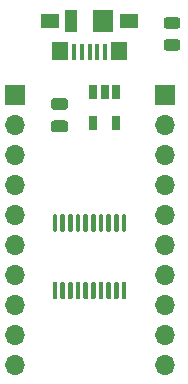
<source format=gbr>
%TF.GenerationSoftware,KiCad,Pcbnew,5.1.9-73d0e3b20d~88~ubuntu20.04.1*%
%TF.CreationDate,2021-07-12T22:59:01-04:00*%
%TF.ProjectId,stm32_breakout,73746d33-325f-4627-9265-616b6f75742e,rev?*%
%TF.SameCoordinates,Original*%
%TF.FileFunction,Soldermask,Top*%
%TF.FilePolarity,Negative*%
%FSLAX46Y46*%
G04 Gerber Fmt 4.6, Leading zero omitted, Abs format (unit mm)*
G04 Created by KiCad (PCBNEW 5.1.9-73d0e3b20d~88~ubuntu20.04.1) date 2021-07-12 22:59:01*
%MOMM*%
%LPD*%
G01*
G04 APERTURE LIST*
%ADD10R,1.700000X1.700000*%
%ADD11O,1.700000X1.700000*%
%ADD12R,0.650000X1.220000*%
%ADD13R,0.450000X1.380000*%
%ADD14R,1.425000X1.550000*%
%ADD15R,1.650000X1.300000*%
%ADD16R,1.800000X1.900000*%
%ADD17R,1.000000X1.900000*%
G04 APERTURE END LIST*
D10*
%TO.C,J3*%
X129540000Y-69850000D03*
D11*
X129540000Y-72390000D03*
X129540000Y-74930000D03*
X129540000Y-77470000D03*
X129540000Y-80010000D03*
X129540000Y-82550000D03*
X129540000Y-85090000D03*
X129540000Y-87630000D03*
X129540000Y-90170000D03*
X129540000Y-92710000D03*
%TD*%
D12*
%TO.C,U1*%
X138110000Y-72245000D03*
X136210000Y-72245000D03*
X136210000Y-69625000D03*
X137160000Y-69625000D03*
X138110000Y-69625000D03*
%TD*%
%TO.C,C1*%
G36*
G01*
X133825000Y-71120000D02*
X132875000Y-71120000D01*
G75*
G02*
X132625000Y-70870000I0J250000D01*
G01*
X132625000Y-70370000D01*
G75*
G02*
X132875000Y-70120000I250000J0D01*
G01*
X133825000Y-70120000D01*
G75*
G02*
X134075000Y-70370000I0J-250000D01*
G01*
X134075000Y-70870000D01*
G75*
G02*
X133825000Y-71120000I-250000J0D01*
G01*
G37*
G36*
G01*
X133825000Y-73020000D02*
X132875000Y-73020000D01*
G75*
G02*
X132625000Y-72770000I0J250000D01*
G01*
X132625000Y-72270000D01*
G75*
G02*
X132875000Y-72020000I250000J0D01*
G01*
X133825000Y-72020000D01*
G75*
G02*
X134075000Y-72270000I0J-250000D01*
G01*
X134075000Y-72770000D01*
G75*
G02*
X133825000Y-73020000I-250000J0D01*
G01*
G37*
%TD*%
%TO.C,D1*%
G36*
G01*
X142418750Y-63272000D02*
X143331250Y-63272000D01*
G75*
G02*
X143575000Y-63515750I0J-243750D01*
G01*
X143575000Y-64003250D01*
G75*
G02*
X143331250Y-64247000I-243750J0D01*
G01*
X142418750Y-64247000D01*
G75*
G02*
X142175000Y-64003250I0J243750D01*
G01*
X142175000Y-63515750D01*
G75*
G02*
X142418750Y-63272000I243750J0D01*
G01*
G37*
G36*
G01*
X142418750Y-65147000D02*
X143331250Y-65147000D01*
G75*
G02*
X143575000Y-65390750I0J-243750D01*
G01*
X143575000Y-65878250D01*
G75*
G02*
X143331250Y-66122000I-243750J0D01*
G01*
X142418750Y-66122000D01*
G75*
G02*
X142175000Y-65878250I0J243750D01*
G01*
X142175000Y-65390750D01*
G75*
G02*
X142418750Y-65147000I243750J0D01*
G01*
G37*
%TD*%
D13*
%TO.C,J1*%
X137190000Y-66230000D03*
X136540000Y-66230000D03*
X135890000Y-66230000D03*
X135240000Y-66230000D03*
X134590000Y-66230000D03*
D14*
X138377500Y-66145000D03*
X133402500Y-66145000D03*
D15*
X139265000Y-63570000D03*
X132515000Y-63570000D03*
D16*
X137040000Y-63570000D03*
D17*
X134340000Y-63570000D03*
%TD*%
D11*
%TO.C,J2*%
X142240000Y-92710000D03*
X142240000Y-90170000D03*
X142240000Y-87630000D03*
X142240000Y-85090000D03*
X142240000Y-82550000D03*
X142240000Y-80010000D03*
X142240000Y-77470000D03*
X142240000Y-74930000D03*
X142240000Y-72390000D03*
D10*
X142240000Y-69850000D03*
%TD*%
%TO.C,U2*%
G36*
G01*
X138715000Y-79966000D02*
X138915000Y-79966000D01*
G75*
G02*
X139015000Y-80066000I0J-100000D01*
G01*
X139015000Y-81341000D01*
G75*
G02*
X138915000Y-81441000I-100000J0D01*
G01*
X138715000Y-81441000D01*
G75*
G02*
X138615000Y-81341000I0J100000D01*
G01*
X138615000Y-80066000D01*
G75*
G02*
X138715000Y-79966000I100000J0D01*
G01*
G37*
G36*
G01*
X138065000Y-79966000D02*
X138265000Y-79966000D01*
G75*
G02*
X138365000Y-80066000I0J-100000D01*
G01*
X138365000Y-81341000D01*
G75*
G02*
X138265000Y-81441000I-100000J0D01*
G01*
X138065000Y-81441000D01*
G75*
G02*
X137965000Y-81341000I0J100000D01*
G01*
X137965000Y-80066000D01*
G75*
G02*
X138065000Y-79966000I100000J0D01*
G01*
G37*
G36*
G01*
X137415000Y-79966000D02*
X137615000Y-79966000D01*
G75*
G02*
X137715000Y-80066000I0J-100000D01*
G01*
X137715000Y-81341000D01*
G75*
G02*
X137615000Y-81441000I-100000J0D01*
G01*
X137415000Y-81441000D01*
G75*
G02*
X137315000Y-81341000I0J100000D01*
G01*
X137315000Y-80066000D01*
G75*
G02*
X137415000Y-79966000I100000J0D01*
G01*
G37*
G36*
G01*
X136765000Y-79966000D02*
X136965000Y-79966000D01*
G75*
G02*
X137065000Y-80066000I0J-100000D01*
G01*
X137065000Y-81341000D01*
G75*
G02*
X136965000Y-81441000I-100000J0D01*
G01*
X136765000Y-81441000D01*
G75*
G02*
X136665000Y-81341000I0J100000D01*
G01*
X136665000Y-80066000D01*
G75*
G02*
X136765000Y-79966000I100000J0D01*
G01*
G37*
G36*
G01*
X136115000Y-79966000D02*
X136315000Y-79966000D01*
G75*
G02*
X136415000Y-80066000I0J-100000D01*
G01*
X136415000Y-81341000D01*
G75*
G02*
X136315000Y-81441000I-100000J0D01*
G01*
X136115000Y-81441000D01*
G75*
G02*
X136015000Y-81341000I0J100000D01*
G01*
X136015000Y-80066000D01*
G75*
G02*
X136115000Y-79966000I100000J0D01*
G01*
G37*
G36*
G01*
X135465000Y-79966000D02*
X135665000Y-79966000D01*
G75*
G02*
X135765000Y-80066000I0J-100000D01*
G01*
X135765000Y-81341000D01*
G75*
G02*
X135665000Y-81441000I-100000J0D01*
G01*
X135465000Y-81441000D01*
G75*
G02*
X135365000Y-81341000I0J100000D01*
G01*
X135365000Y-80066000D01*
G75*
G02*
X135465000Y-79966000I100000J0D01*
G01*
G37*
G36*
G01*
X134815000Y-79966000D02*
X135015000Y-79966000D01*
G75*
G02*
X135115000Y-80066000I0J-100000D01*
G01*
X135115000Y-81341000D01*
G75*
G02*
X135015000Y-81441000I-100000J0D01*
G01*
X134815000Y-81441000D01*
G75*
G02*
X134715000Y-81341000I0J100000D01*
G01*
X134715000Y-80066000D01*
G75*
G02*
X134815000Y-79966000I100000J0D01*
G01*
G37*
G36*
G01*
X134165000Y-79966000D02*
X134365000Y-79966000D01*
G75*
G02*
X134465000Y-80066000I0J-100000D01*
G01*
X134465000Y-81341000D01*
G75*
G02*
X134365000Y-81441000I-100000J0D01*
G01*
X134165000Y-81441000D01*
G75*
G02*
X134065000Y-81341000I0J100000D01*
G01*
X134065000Y-80066000D01*
G75*
G02*
X134165000Y-79966000I100000J0D01*
G01*
G37*
G36*
G01*
X133515000Y-79966000D02*
X133715000Y-79966000D01*
G75*
G02*
X133815000Y-80066000I0J-100000D01*
G01*
X133815000Y-81341000D01*
G75*
G02*
X133715000Y-81441000I-100000J0D01*
G01*
X133515000Y-81441000D01*
G75*
G02*
X133415000Y-81341000I0J100000D01*
G01*
X133415000Y-80066000D01*
G75*
G02*
X133515000Y-79966000I100000J0D01*
G01*
G37*
G36*
G01*
X132865000Y-79966000D02*
X133065000Y-79966000D01*
G75*
G02*
X133165000Y-80066000I0J-100000D01*
G01*
X133165000Y-81341000D01*
G75*
G02*
X133065000Y-81441000I-100000J0D01*
G01*
X132865000Y-81441000D01*
G75*
G02*
X132765000Y-81341000I0J100000D01*
G01*
X132765000Y-80066000D01*
G75*
G02*
X132865000Y-79966000I100000J0D01*
G01*
G37*
G36*
G01*
X132865000Y-85691000D02*
X133065000Y-85691000D01*
G75*
G02*
X133165000Y-85791000I0J-100000D01*
G01*
X133165000Y-87066000D01*
G75*
G02*
X133065000Y-87166000I-100000J0D01*
G01*
X132865000Y-87166000D01*
G75*
G02*
X132765000Y-87066000I0J100000D01*
G01*
X132765000Y-85791000D01*
G75*
G02*
X132865000Y-85691000I100000J0D01*
G01*
G37*
G36*
G01*
X133515000Y-85691000D02*
X133715000Y-85691000D01*
G75*
G02*
X133815000Y-85791000I0J-100000D01*
G01*
X133815000Y-87066000D01*
G75*
G02*
X133715000Y-87166000I-100000J0D01*
G01*
X133515000Y-87166000D01*
G75*
G02*
X133415000Y-87066000I0J100000D01*
G01*
X133415000Y-85791000D01*
G75*
G02*
X133515000Y-85691000I100000J0D01*
G01*
G37*
G36*
G01*
X134165000Y-85691000D02*
X134365000Y-85691000D01*
G75*
G02*
X134465000Y-85791000I0J-100000D01*
G01*
X134465000Y-87066000D01*
G75*
G02*
X134365000Y-87166000I-100000J0D01*
G01*
X134165000Y-87166000D01*
G75*
G02*
X134065000Y-87066000I0J100000D01*
G01*
X134065000Y-85791000D01*
G75*
G02*
X134165000Y-85691000I100000J0D01*
G01*
G37*
G36*
G01*
X134815000Y-85691000D02*
X135015000Y-85691000D01*
G75*
G02*
X135115000Y-85791000I0J-100000D01*
G01*
X135115000Y-87066000D01*
G75*
G02*
X135015000Y-87166000I-100000J0D01*
G01*
X134815000Y-87166000D01*
G75*
G02*
X134715000Y-87066000I0J100000D01*
G01*
X134715000Y-85791000D01*
G75*
G02*
X134815000Y-85691000I100000J0D01*
G01*
G37*
G36*
G01*
X135465000Y-85691000D02*
X135665000Y-85691000D01*
G75*
G02*
X135765000Y-85791000I0J-100000D01*
G01*
X135765000Y-87066000D01*
G75*
G02*
X135665000Y-87166000I-100000J0D01*
G01*
X135465000Y-87166000D01*
G75*
G02*
X135365000Y-87066000I0J100000D01*
G01*
X135365000Y-85791000D01*
G75*
G02*
X135465000Y-85691000I100000J0D01*
G01*
G37*
G36*
G01*
X136115000Y-85691000D02*
X136315000Y-85691000D01*
G75*
G02*
X136415000Y-85791000I0J-100000D01*
G01*
X136415000Y-87066000D01*
G75*
G02*
X136315000Y-87166000I-100000J0D01*
G01*
X136115000Y-87166000D01*
G75*
G02*
X136015000Y-87066000I0J100000D01*
G01*
X136015000Y-85791000D01*
G75*
G02*
X136115000Y-85691000I100000J0D01*
G01*
G37*
G36*
G01*
X136765000Y-85691000D02*
X136965000Y-85691000D01*
G75*
G02*
X137065000Y-85791000I0J-100000D01*
G01*
X137065000Y-87066000D01*
G75*
G02*
X136965000Y-87166000I-100000J0D01*
G01*
X136765000Y-87166000D01*
G75*
G02*
X136665000Y-87066000I0J100000D01*
G01*
X136665000Y-85791000D01*
G75*
G02*
X136765000Y-85691000I100000J0D01*
G01*
G37*
G36*
G01*
X137415000Y-85691000D02*
X137615000Y-85691000D01*
G75*
G02*
X137715000Y-85791000I0J-100000D01*
G01*
X137715000Y-87066000D01*
G75*
G02*
X137615000Y-87166000I-100000J0D01*
G01*
X137415000Y-87166000D01*
G75*
G02*
X137315000Y-87066000I0J100000D01*
G01*
X137315000Y-85791000D01*
G75*
G02*
X137415000Y-85691000I100000J0D01*
G01*
G37*
G36*
G01*
X138065000Y-85691000D02*
X138265000Y-85691000D01*
G75*
G02*
X138365000Y-85791000I0J-100000D01*
G01*
X138365000Y-87066000D01*
G75*
G02*
X138265000Y-87166000I-100000J0D01*
G01*
X138065000Y-87166000D01*
G75*
G02*
X137965000Y-87066000I0J100000D01*
G01*
X137965000Y-85791000D01*
G75*
G02*
X138065000Y-85691000I100000J0D01*
G01*
G37*
G36*
G01*
X138715000Y-85691000D02*
X138915000Y-85691000D01*
G75*
G02*
X139015000Y-85791000I0J-100000D01*
G01*
X139015000Y-87066000D01*
G75*
G02*
X138915000Y-87166000I-100000J0D01*
G01*
X138715000Y-87166000D01*
G75*
G02*
X138615000Y-87066000I0J100000D01*
G01*
X138615000Y-85791000D01*
G75*
G02*
X138715000Y-85691000I100000J0D01*
G01*
G37*
%TD*%
M02*

</source>
